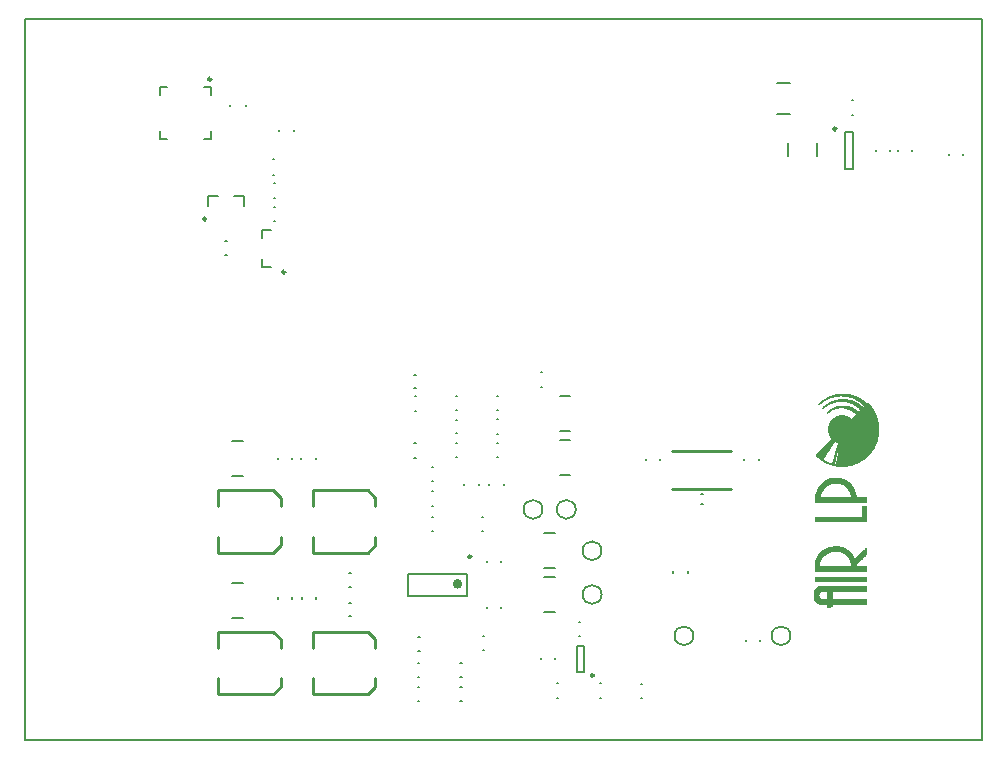
<source format=gto>
G04*
G04 #@! TF.GenerationSoftware,Altium Limited,Altium Designer,19.0.10 (269)*
G04*
G04 Layer_Color=65535*
%FSLAX44Y44*%
%MOMM*%
G71*
G01*
G75*
%ADD10C,0.2500*%
%ADD11C,0.1270*%
%ADD12C,0.4000*%
%ADD13C,0.2000*%
%ADD14C,0.2540*%
%ADD15C,0.1524*%
%ADD16C,0.0254*%
D10*
X157500Y559250D02*
G03*
X157500Y559250I-1250J0D01*
G01*
X481500Y54550D02*
G03*
X481500Y54550I-1250J0D01*
G01*
X377850Y155000D02*
G03*
X377850Y155000I-1250J0D01*
G01*
X153250Y441000D02*
G03*
X153250Y441000I-1250J0D01*
G01*
X686750Y517264D02*
G03*
X686750Y517264I-1250J0D01*
G01*
X220250Y396000D02*
G03*
X220250Y396000I-1250J0D01*
G01*
D11*
X488001Y160000D02*
G03*
X488001Y160000I-8001J0D01*
G01*
Y123000D02*
G03*
X488001Y123000I-8001J0D01*
G01*
X438001Y195000D02*
G03*
X438001Y195000I-8001J0D01*
G01*
X466195Y195000D02*
G03*
X466195Y195000I-8001J0D01*
G01*
X565751Y88000D02*
G03*
X565751Y88000I-8001J0D01*
G01*
X648001Y88000D02*
G03*
X648001Y88000I-8001J0D01*
G01*
D12*
X368050Y132000D02*
G03*
X368050Y132000I-2000J0D01*
G01*
D13*
X561250Y141500D02*
Y142500D01*
X548750Y141500D02*
Y142500D01*
X151000Y552750D02*
X157750D01*
Y546000D02*
Y552750D01*
X113750D02*
X120500D01*
X113750Y546000D02*
Y552750D01*
Y508750D02*
X120500D01*
X113750D02*
Y515500D01*
X151000Y508750D02*
X157750D01*
Y515500D01*
X521500Y35311D02*
X522500D01*
X521500Y47311D02*
X522500D01*
X450500Y35300D02*
X451500D01*
X450500Y47800D02*
X451500D01*
X467000Y57550D02*
X473000D01*
X467000Y79550D02*
X473000D01*
Y57550D02*
Y79550D01*
X467000Y57550D02*
Y79550D01*
X720000Y498514D02*
Y499514D01*
X732000Y498514D02*
Y499514D01*
X751000Y498514D02*
Y499514D01*
X739000Y498514D02*
Y499514D01*
X700000Y541250D02*
X701000D01*
X700000Y528750D02*
X701000D01*
X364500Y259500D02*
X365500D01*
X364500Y270500D02*
X365500D01*
X329500Y238750D02*
X330500D01*
X329500Y251250D02*
X330500D01*
X622300Y83500D02*
Y84500D01*
X610300Y83500D02*
Y84500D01*
X364500Y251000D02*
X365500D01*
X364500Y239000D02*
X365500D01*
X399500Y251000D02*
X400500D01*
X399500Y239000D02*
X400500D01*
X399500Y271250D02*
X400500D01*
X399500Y258750D02*
X400500D01*
X329500Y297500D02*
X330500D01*
X329500Y308500D02*
X330500D01*
X329642Y278750D02*
X330642D01*
X329642Y291250D02*
X330642D01*
X364500Y291000D02*
X365500D01*
X364500Y279000D02*
X365500D01*
X399500Y291000D02*
X400500D01*
X399500Y279000D02*
X400500D01*
X572500Y200000D02*
X573500D01*
X572500Y208000D02*
X573500D01*
X436500Y311250D02*
X437500D01*
X436500Y298750D02*
X437500D01*
X537850Y237000D02*
Y238000D01*
X525350Y237000D02*
Y238000D01*
X621250Y237000D02*
Y238000D01*
X608750Y237000D02*
Y238000D01*
X437000Y68050D02*
Y69050D01*
X449000Y68050D02*
Y69050D01*
X469000Y100000D02*
X470000D01*
X469000Y88000D02*
X470000D01*
X486500Y47800D02*
X487500D01*
X486500Y35300D02*
X487500D01*
X384250Y215500D02*
Y216500D01*
X371750Y215500D02*
Y216500D01*
X344500Y210250D02*
X345500D01*
X344500Y197750D02*
X345500D01*
X344500Y189000D02*
X345500D01*
X344500Y177000D02*
X345500D01*
X393000Y215500D02*
Y216500D01*
X405000Y215500D02*
Y216500D01*
X344500Y219000D02*
X345500D01*
X344500Y231000D02*
X345500D01*
X274500Y129000D02*
X275500D01*
X274500Y141000D02*
X275500D01*
X387000Y177000D02*
X388000D01*
X387000Y189000D02*
X388000D01*
X390750Y150500D02*
Y151500D01*
X403250Y150500D02*
Y151500D01*
X233750Y237500D02*
Y238500D01*
X246250Y237500D02*
Y238500D01*
X226000Y237500D02*
Y238500D01*
X214000Y237500D02*
Y238500D01*
X368500Y65250D02*
X369500D01*
X368500Y52750D02*
X369500D01*
X332500Y65250D02*
X333500D01*
X332500Y52750D02*
X333500D01*
X333000Y87000D02*
X334000D01*
X333000Y75000D02*
X334000D01*
X368500Y33000D02*
X369500D01*
X368500Y45000D02*
X369500D01*
X332500Y33000D02*
X333500D01*
X332500Y45000D02*
X333500D01*
X274500Y115500D02*
X275500D01*
X274500Y104500D02*
X275500D01*
X387500Y76000D02*
X388500D01*
X387500Y88000D02*
X388500D01*
X403250Y111500D02*
Y112500D01*
X390750Y111500D02*
Y112500D01*
X213750Y119500D02*
Y120500D01*
X226250Y119500D02*
Y120500D01*
X246000Y119500D02*
Y120500D01*
X234000Y119500D02*
Y120500D01*
X324050Y140000D02*
X374050D01*
X324050Y122000D02*
X374050D01*
Y140000D01*
X324050Y122000D02*
Y140000D01*
X173322Y536500D02*
Y537500D01*
X186822Y536500D02*
Y537500D01*
X782250Y495000D02*
Y496000D01*
X794250Y495000D02*
Y496000D01*
X177000Y460000D02*
X185000D01*
Y452000D02*
Y460000D01*
X155000D02*
X163000D01*
X155000Y452000D02*
Y460000D01*
X210500Y459000D02*
X211500D01*
X210500Y471000D02*
X211500D01*
X227500Y515500D02*
Y516500D01*
X214500Y515500D02*
Y516500D01*
X701000Y483514D02*
Y514514D01*
X694000Y483514D02*
Y514514D01*
Y483514D02*
X701000D01*
X694000Y514514D02*
X701000D01*
X210500Y439000D02*
X211500D01*
X210500Y451000D02*
X211500D01*
X169500Y410000D02*
X170500D01*
X169500Y422000D02*
X170500D01*
X210000Y491500D02*
X211000D01*
X210000Y478500D02*
X211000D01*
X636500Y556000D02*
X647500D01*
X636500Y530000D02*
X647500D01*
X670500Y494500D02*
Y505500D01*
X645500Y494500D02*
Y505500D01*
X200500Y400500D02*
X208500D01*
X200500D02*
Y407000D01*
Y431500D02*
X208500D01*
X200500Y425000D02*
Y431500D01*
X0Y0D02*
X810000D01*
X0D02*
X0Y610000D01*
X810000D01*
Y0D02*
Y610000D01*
D14*
X548000Y244500D02*
X598000D01*
X548000Y212500D02*
X598000D01*
X290000Y158500D02*
X296500Y165000D01*
X290000Y211500D02*
X296500Y205000D01*
Y165000D02*
Y172000D01*
Y198000D02*
Y205000D01*
X243500Y158500D02*
Y172000D01*
Y158500D02*
X290000D01*
X243500Y211500D02*
X290000D01*
X243500Y198000D02*
Y211500D01*
X210000Y158500D02*
X216500Y165000D01*
X210000Y211500D02*
X216500Y205000D01*
Y165000D02*
Y172000D01*
Y198000D02*
Y205000D01*
X163500Y158500D02*
Y172000D01*
Y158500D02*
X210000D01*
X163500Y211500D02*
X210000D01*
X163500Y198000D02*
Y211500D01*
X290000Y38500D02*
X296500Y45000D01*
X290000Y91500D02*
X296500Y85000D01*
Y45000D02*
Y52000D01*
Y78000D02*
Y85000D01*
X243500Y38500D02*
Y52000D01*
Y38500D02*
X290000D01*
X243500Y91500D02*
X290000D01*
X243500Y78000D02*
Y91500D01*
X210000Y38500D02*
X216500Y45000D01*
X210000Y91500D02*
X216500Y85000D01*
Y45000D02*
Y52000D01*
Y78000D02*
Y85000D01*
X163500Y38500D02*
Y52000D01*
Y38500D02*
X210000D01*
X163500Y91500D02*
X210000D01*
X163500Y78000D02*
Y91500D01*
D15*
X452456Y224268D02*
X461544D01*
X452456Y253732D02*
X461544D01*
X452598Y261268D02*
X461687D01*
X452598Y290732D02*
X461687D01*
X439553Y174732D02*
X448642D01*
X439553Y145268D02*
X448642D01*
X175456Y252732D02*
X184545D01*
X175456Y223268D02*
X184545D01*
X439553Y137732D02*
X448642D01*
X439553Y108268D02*
X448642D01*
X175456Y132732D02*
X184545D01*
X175456Y103268D02*
X184545D01*
D16*
X722398Y259844D02*
Y266194D01*
X722144Y258574D02*
Y267464D01*
X721890Y257050D02*
Y268988D01*
X721636Y255780D02*
Y270258D01*
X721382Y254764D02*
Y271274D01*
X721128Y254002D02*
Y272036D01*
X720874Y253240D02*
Y272798D01*
X720620Y252478D02*
Y273560D01*
X720366Y251716D02*
Y274322D01*
X720112Y251208D02*
Y274830D01*
X719858Y250446D02*
Y275592D01*
X719604Y249938D02*
Y276100D01*
X719350Y249430D02*
Y276608D01*
X719096Y248922D02*
Y277116D01*
X718842Y248414D02*
Y277624D01*
X718588Y247906D02*
Y278132D01*
X718334Y247398D02*
Y278386D01*
X718080Y247144D02*
Y278894D01*
X717826Y246636D02*
Y279402D01*
X717572Y246128D02*
Y279656D01*
X717318Y245874D02*
Y280164D01*
X717064Y245366D02*
Y280418D01*
X716810Y245112D02*
Y280926D01*
X716556Y244858D02*
Y281180D01*
X716302Y244350D02*
Y281688D01*
X716048Y244096D02*
Y281942D01*
X715794Y243842D02*
Y282196D01*
X715540Y243334D02*
Y282450D01*
X715286Y243080D02*
Y282958D01*
X715032Y242826D02*
Y283212D01*
X714778Y242572D02*
Y283466D01*
X714524Y242318D02*
Y283720D01*
X714270Y242064D02*
Y283974D01*
X714016Y241810D02*
Y284228D01*
X713762Y241556D02*
Y284482D01*
X713508Y241048D02*
Y284990D01*
X713254Y241048D02*
Y284990D01*
X713000Y240794D02*
Y284990D01*
X712746Y240540D02*
Y284482D01*
X712492Y240286D02*
Y284228D01*
X712238Y240032D02*
Y283974D01*
X711984Y284736D02*
Y285244D01*
Y239778D02*
Y283720D01*
Y201170D02*
Y205234D01*
Y184914D02*
Y198122D01*
Y157228D02*
Y162562D01*
Y143258D02*
Y147322D01*
Y134114D02*
Y138178D01*
Y125732D02*
Y130050D01*
Y115318D02*
Y119382D01*
X711730Y284482D02*
Y285244D01*
Y239524D02*
Y283466D01*
Y201170D02*
Y205234D01*
Y184914D02*
Y198122D01*
Y156974D02*
Y162562D01*
Y143258D02*
Y147322D01*
Y134114D02*
Y138178D01*
Y125732D02*
Y130050D01*
Y115318D02*
Y119382D01*
X711476Y284228D02*
Y285498D01*
Y239270D02*
Y283212D01*
Y201170D02*
Y205234D01*
Y184914D02*
Y198122D01*
Y156720D02*
Y162054D01*
Y143258D02*
Y147322D01*
Y134114D02*
Y138178D01*
Y125732D02*
Y130050D01*
Y115318D02*
Y119382D01*
X711222Y283974D02*
Y285752D01*
Y239016D02*
Y282958D01*
Y201170D02*
Y205234D01*
Y184914D02*
Y198122D01*
Y156466D02*
Y161800D01*
Y143258D02*
Y147322D01*
Y134114D02*
Y138178D01*
Y125732D02*
Y130050D01*
Y115318D02*
Y119382D01*
X710968Y283720D02*
Y286006D01*
Y238762D02*
Y282704D01*
Y201170D02*
Y205234D01*
Y184914D02*
Y198122D01*
Y156212D02*
Y161546D01*
Y143258D02*
Y147322D01*
Y134114D02*
Y138178D01*
Y125732D02*
Y130050D01*
Y115318D02*
Y119382D01*
X710714Y283466D02*
Y286260D01*
Y238762D02*
Y282450D01*
Y201170D02*
Y205234D01*
Y184914D02*
Y198122D01*
Y155958D02*
Y161292D01*
Y143258D02*
Y147322D01*
Y134114D02*
Y138178D01*
Y125732D02*
Y130050D01*
Y115318D02*
Y119382D01*
X710460Y282958D02*
Y286514D01*
Y238508D02*
Y282196D01*
Y201170D02*
Y205234D01*
Y184914D02*
Y198122D01*
Y155704D02*
Y161038D01*
Y143258D02*
Y147322D01*
Y134114D02*
Y138178D01*
Y125732D02*
Y130050D01*
Y115318D02*
Y119382D01*
X710206Y282958D02*
Y286514D01*
Y238254D02*
Y281942D01*
Y201170D02*
Y205234D01*
Y184914D02*
Y198122D01*
Y155450D02*
Y160784D01*
Y143258D02*
Y147322D01*
Y134114D02*
Y138178D01*
Y125732D02*
Y130050D01*
Y115318D02*
Y119382D01*
X709952Y283212D02*
Y286768D01*
Y238000D02*
Y281688D01*
Y201170D02*
Y205234D01*
Y184914D02*
Y198122D01*
Y155196D02*
Y160530D01*
Y143258D02*
Y147322D01*
Y134114D02*
Y138178D01*
Y125732D02*
Y130050D01*
Y115318D02*
Y119382D01*
X709698Y283466D02*
Y287022D01*
Y238000D02*
Y281434D01*
Y201170D02*
Y205234D01*
Y184914D02*
Y198122D01*
Y154942D02*
Y160276D01*
Y143258D02*
Y147322D01*
Y134114D02*
Y138178D01*
Y125732D02*
Y130050D01*
Y115318D02*
Y119382D01*
X709444Y283720D02*
Y287276D01*
Y237746D02*
Y281180D01*
Y201170D02*
Y205234D01*
Y184914D02*
Y198122D01*
Y154688D02*
Y160276D01*
Y143258D02*
Y147322D01*
Y134114D02*
Y138178D01*
Y125732D02*
Y130050D01*
Y115318D02*
Y119382D01*
X709190Y283974D02*
Y287530D01*
Y237492D02*
Y280926D01*
Y201170D02*
Y205234D01*
Y184914D02*
Y198122D01*
Y154434D02*
Y160022D01*
Y143258D02*
Y147322D01*
Y134114D02*
Y138178D01*
Y125732D02*
Y130050D01*
Y115318D02*
Y119382D01*
X708936Y284228D02*
Y287530D01*
Y237238D02*
Y280672D01*
Y201170D02*
Y205234D01*
Y184914D02*
Y198122D01*
Y154180D02*
Y159768D01*
Y143258D02*
Y147322D01*
Y134114D02*
Y138178D01*
Y125732D02*
Y130050D01*
Y115318D02*
Y119382D01*
X708682Y284482D02*
Y287784D01*
Y281434D02*
Y281942D01*
Y237238D02*
Y280418D01*
Y201170D02*
Y205234D01*
Y184914D02*
Y198122D01*
Y153926D02*
Y159514D01*
Y143258D02*
Y147322D01*
Y134114D02*
Y138178D01*
Y125732D02*
Y130050D01*
Y115318D02*
Y119382D01*
X708428Y284736D02*
Y288038D01*
Y281180D02*
Y282196D01*
Y236984D02*
Y280164D01*
Y201170D02*
Y205234D01*
Y184914D02*
Y198122D01*
Y153672D02*
Y159260D01*
Y143258D02*
Y147322D01*
Y134114D02*
Y138178D01*
Y125732D02*
Y130050D01*
Y115318D02*
Y119382D01*
X708174Y284990D02*
Y288038D01*
Y280926D02*
Y282450D01*
Y236730D02*
Y279910D01*
Y201170D02*
Y205234D01*
Y184914D02*
Y198122D01*
Y153418D02*
Y159006D01*
Y143258D02*
Y147322D01*
Y134114D02*
Y138178D01*
Y125732D02*
Y130050D01*
Y115318D02*
Y119382D01*
X707920Y285244D02*
Y288292D01*
Y280672D02*
Y282704D01*
Y236730D02*
Y279656D01*
Y201170D02*
Y205234D01*
Y184914D02*
Y188978D01*
Y153164D02*
Y158752D01*
Y143258D02*
Y147322D01*
Y134114D02*
Y138178D01*
Y125732D02*
Y130050D01*
Y115318D02*
Y119382D01*
X707666Y285498D02*
Y288546D01*
Y280418D02*
Y282704D01*
Y236476D02*
Y279402D01*
Y201170D02*
Y205234D01*
Y184914D02*
Y188978D01*
Y152910D02*
Y158498D01*
Y143258D02*
Y147322D01*
Y134114D02*
Y138178D01*
Y125732D02*
Y130050D01*
Y115318D02*
Y119382D01*
X707412Y285498D02*
Y288546D01*
Y280164D02*
Y282958D01*
Y236476D02*
Y279148D01*
Y201170D02*
Y205234D01*
Y184914D02*
Y188978D01*
Y152656D02*
Y158244D01*
Y143258D02*
Y147322D01*
Y134114D02*
Y138178D01*
Y125732D02*
Y130050D01*
Y115318D02*
Y119382D01*
X707158Y285752D02*
Y288800D01*
Y279910D02*
Y283212D01*
Y236222D02*
Y278894D01*
Y201170D02*
Y205234D01*
Y184914D02*
Y188978D01*
Y152402D02*
Y157990D01*
Y143258D02*
Y147322D01*
Y134114D02*
Y138178D01*
Y125732D02*
Y130050D01*
Y115318D02*
Y119382D01*
X706904Y286006D02*
Y289054D01*
Y279910D02*
Y283466D01*
Y235968D02*
Y278640D01*
Y201170D02*
Y205234D01*
Y184914D02*
Y188978D01*
Y152148D02*
Y157736D01*
Y143258D02*
Y147322D01*
Y134114D02*
Y138178D01*
Y125732D02*
Y130050D01*
Y115318D02*
Y119382D01*
X706650Y286260D02*
Y289054D01*
Y280164D02*
Y283720D01*
Y235968D02*
Y278386D01*
Y201170D02*
Y205234D01*
Y184914D02*
Y188978D01*
Y151894D02*
Y157482D01*
Y143258D02*
Y147322D01*
Y134114D02*
Y138178D01*
Y125732D02*
Y130050D01*
Y115318D02*
Y119382D01*
X706396Y286514D02*
Y289308D01*
Y280418D02*
Y283720D01*
Y235714D02*
Y278132D01*
Y201170D02*
Y205234D01*
Y184914D02*
Y188978D01*
Y151640D02*
Y157228D01*
Y143258D02*
Y147322D01*
Y134114D02*
Y138178D01*
Y125732D02*
Y130050D01*
Y115318D02*
Y119382D01*
X706142Y286514D02*
Y289308D01*
Y280672D02*
Y283974D01*
Y235714D02*
Y277878D01*
Y201170D02*
Y205234D01*
Y184914D02*
Y188978D01*
Y151386D02*
Y156974D01*
Y143258D02*
Y147322D01*
Y134114D02*
Y138178D01*
Y125732D02*
Y130050D01*
Y115318D02*
Y119382D01*
X705888Y286768D02*
Y289562D01*
Y280926D02*
Y284228D01*
Y235460D02*
Y277624D01*
Y201170D02*
Y205234D01*
Y184914D02*
Y188978D01*
Y151386D02*
Y156720D01*
Y143258D02*
Y147322D01*
Y134114D02*
Y138178D01*
Y125732D02*
Y130050D01*
Y115318D02*
Y119382D01*
X705634Y287022D02*
Y289562D01*
Y281180D02*
Y284228D01*
Y235460D02*
Y277370D01*
Y201170D02*
Y205234D01*
Y184914D02*
Y188978D01*
Y151132D02*
Y156466D01*
Y143258D02*
Y147322D01*
Y134114D02*
Y138178D01*
Y125732D02*
Y130050D01*
Y115318D02*
Y119382D01*
X705380Y287022D02*
Y289816D01*
Y281434D02*
Y284482D01*
Y235206D02*
Y277116D01*
Y201170D02*
Y205234D01*
Y184914D02*
Y188978D01*
Y150878D02*
Y156212D01*
Y143258D02*
Y147322D01*
Y134114D02*
Y138178D01*
Y125732D02*
Y130050D01*
Y115318D02*
Y119382D01*
X705126Y287276D02*
Y289816D01*
Y281688D02*
Y284736D01*
Y235206D02*
Y276862D01*
Y201170D02*
Y205234D01*
Y184914D02*
Y188978D01*
Y150624D02*
Y155958D01*
Y143258D02*
Y147322D01*
Y134114D02*
Y138178D01*
Y125732D02*
Y130050D01*
Y115318D02*
Y119382D01*
X704872Y287530D02*
Y290070D01*
Y281688D02*
Y284736D01*
Y277624D02*
Y278132D01*
Y234952D02*
Y276608D01*
Y201170D02*
Y205234D01*
Y184914D02*
Y188978D01*
Y150370D02*
Y155704D01*
Y143258D02*
Y147322D01*
Y134114D02*
Y138178D01*
Y125732D02*
Y130050D01*
Y115318D02*
Y119382D01*
X704618Y287530D02*
Y290070D01*
Y281942D02*
Y284990D01*
Y277624D02*
Y278386D01*
Y234952D02*
Y276354D01*
Y201170D02*
Y205234D01*
Y184914D02*
Y188978D01*
Y150116D02*
Y155450D01*
Y143258D02*
Y147322D01*
Y134114D02*
Y138178D01*
Y125732D02*
Y130050D01*
Y115318D02*
Y119382D01*
X704364Y287784D02*
Y290324D01*
Y282196D02*
Y285244D01*
Y277116D02*
Y278386D01*
Y234698D02*
Y276100D01*
Y201170D02*
Y205234D01*
Y184914D02*
Y188978D01*
Y149862D02*
Y155196D01*
Y143258D02*
Y147322D01*
Y134114D02*
Y138178D01*
Y125732D02*
Y130050D01*
Y115318D02*
Y119382D01*
X704110Y287784D02*
Y290324D01*
Y282450D02*
Y285244D01*
Y276862D02*
Y278640D01*
Y234698D02*
Y275846D01*
Y201170D02*
Y205234D01*
Y184914D02*
Y188978D01*
Y149608D02*
Y154942D01*
Y143258D02*
Y147322D01*
Y134114D02*
Y138178D01*
Y125732D02*
Y130050D01*
Y115318D02*
Y119382D01*
X703856Y288038D02*
Y290578D01*
Y282704D02*
Y285498D01*
Y276608D02*
Y278894D01*
Y234444D02*
Y275592D01*
Y201170D02*
Y205234D01*
Y184914D02*
Y188978D01*
Y149354D02*
Y154688D01*
Y143258D02*
Y147322D01*
Y134114D02*
Y138178D01*
Y125732D02*
Y130050D01*
Y115318D02*
Y119382D01*
X703602Y288292D02*
Y290578D01*
Y282704D02*
Y285498D01*
Y276354D02*
Y279148D01*
Y234444D02*
Y275338D01*
Y201170D02*
Y205234D01*
Y184914D02*
Y188978D01*
Y149100D02*
Y154434D01*
Y143258D02*
Y147322D01*
Y134114D02*
Y138178D01*
Y125732D02*
Y130050D01*
Y115318D02*
Y119382D01*
X703348Y288292D02*
Y290832D01*
Y282958D02*
Y285752D01*
Y275846D02*
Y279402D01*
Y234190D02*
Y275084D01*
Y201170D02*
Y206250D01*
Y184914D02*
Y188978D01*
Y148846D02*
Y154180D01*
Y143258D02*
Y147322D01*
Y134114D02*
Y138178D01*
Y125732D02*
Y130050D01*
Y115318D02*
Y119382D01*
X703094Y288546D02*
Y290832D01*
Y283212D02*
Y285752D01*
Y275846D02*
Y279402D01*
Y234190D02*
Y274830D01*
Y201170D02*
Y207520D01*
Y184914D02*
Y188978D01*
Y143258D02*
Y153926D01*
Y134114D02*
Y138178D01*
Y125732D02*
Y130050D01*
Y115318D02*
Y119382D01*
X702840Y288546D02*
Y291086D01*
Y283212D02*
Y286006D01*
Y276354D02*
Y279656D01*
Y234190D02*
Y274576D01*
Y201170D02*
Y208536D01*
Y184914D02*
Y188978D01*
Y143258D02*
Y153672D01*
Y134114D02*
Y138178D01*
Y125732D02*
Y130050D01*
Y115318D02*
Y119382D01*
X702586Y288800D02*
Y291086D01*
Y283466D02*
Y286006D01*
Y276608D02*
Y279910D01*
Y233936D02*
Y274322D01*
Y201170D02*
Y209298D01*
Y184914D02*
Y188978D01*
Y143258D02*
Y153418D01*
Y134114D02*
Y138178D01*
Y125732D02*
Y130050D01*
Y115318D02*
Y119382D01*
X702332Y288800D02*
Y291086D01*
Y283720D02*
Y286260D01*
Y276862D02*
Y279910D01*
Y233936D02*
Y274068D01*
Y201170D02*
Y210060D01*
Y184914D02*
Y188978D01*
Y143258D02*
Y153164D01*
Y134114D02*
Y138178D01*
Y125732D02*
Y130050D01*
Y115318D02*
Y119382D01*
X702078Y289054D02*
Y291340D01*
Y283720D02*
Y286260D01*
Y277116D02*
Y280164D01*
Y233682D02*
Y273814D01*
Y201170D02*
Y210822D01*
Y184914D02*
Y188978D01*
Y143258D02*
Y152910D01*
Y134114D02*
Y138178D01*
Y125732D02*
Y130050D01*
Y115318D02*
Y119382D01*
X701824Y289054D02*
Y291340D01*
Y283974D02*
Y286514D01*
Y277370D02*
Y280418D01*
Y233682D02*
Y273560D01*
Y201170D02*
Y211330D01*
Y184914D02*
Y188978D01*
Y143258D02*
Y153164D01*
Y134114D02*
Y138178D01*
Y125732D02*
Y130050D01*
Y115318D02*
Y119382D01*
X701570Y289308D02*
Y291340D01*
Y283974D02*
Y286514D01*
Y277370D02*
Y280418D01*
Y233682D02*
Y273306D01*
Y201170D02*
Y212092D01*
Y184914D02*
Y188978D01*
Y143258D02*
Y153926D01*
Y134114D02*
Y138178D01*
Y125732D02*
Y130050D01*
Y115318D02*
Y119382D01*
X701316Y289308D02*
Y291594D01*
Y284228D02*
Y286768D01*
Y277624D02*
Y280672D01*
Y233428D02*
Y273052D01*
Y201170D02*
Y212600D01*
Y184914D02*
Y188978D01*
Y143258D02*
Y154434D01*
Y134114D02*
Y138178D01*
Y125732D02*
Y130050D01*
Y115318D02*
Y119382D01*
X701062Y289308D02*
Y291594D01*
Y284482D02*
Y286768D01*
Y277878D02*
Y280672D01*
Y233428D02*
Y272798D01*
Y201170D02*
Y213108D01*
Y184914D02*
Y188978D01*
Y143258D02*
Y154942D01*
Y134114D02*
Y138178D01*
Y125732D02*
Y130050D01*
Y115318D02*
Y119382D01*
X700808Y289562D02*
Y291594D01*
Y284482D02*
Y286768D01*
Y278132D02*
Y280926D01*
Y233428D02*
Y272544D01*
Y201170D02*
Y213362D01*
Y184914D02*
Y188978D01*
Y143258D02*
Y155450D01*
Y134114D02*
Y138178D01*
Y125732D02*
Y130050D01*
Y115318D02*
Y119382D01*
X700554Y289562D02*
Y291848D01*
Y284736D02*
Y287022D01*
Y278386D02*
Y280926D01*
Y233174D02*
Y272290D01*
Y201170D02*
Y213870D01*
Y184914D02*
Y188978D01*
Y143258D02*
Y155958D01*
Y134114D02*
Y138178D01*
Y125732D02*
Y130050D01*
Y115318D02*
Y119382D01*
X700300Y289816D02*
Y291848D01*
Y284736D02*
Y287022D01*
Y278386D02*
Y281180D01*
Y233174D02*
Y272036D01*
Y201170D02*
Y214378D01*
Y184914D02*
Y188978D01*
Y143258D02*
Y156212D01*
Y134114D02*
Y138178D01*
Y125732D02*
Y130050D01*
Y115318D02*
Y119382D01*
X700046Y289816D02*
Y291848D01*
Y284990D02*
Y287022D01*
Y278640D02*
Y281180D01*
Y233174D02*
Y271782D01*
Y201170D02*
Y214886D01*
Y184914D02*
Y188978D01*
Y143258D02*
Y156720D01*
Y134114D02*
Y138178D01*
Y125732D02*
Y130050D01*
Y115318D02*
Y119382D01*
X699792Y289816D02*
Y292102D01*
Y284990D02*
Y287276D01*
Y278894D02*
Y281434D01*
Y232920D02*
Y271528D01*
Y201170D02*
Y215140D01*
Y184914D02*
Y188978D01*
Y143258D02*
Y156974D01*
Y134114D02*
Y138178D01*
Y125732D02*
Y130050D01*
Y115318D02*
Y119382D01*
X699538Y290070D02*
Y292102D01*
Y284990D02*
Y287276D01*
Y278894D02*
Y281434D01*
Y232920D02*
Y271274D01*
Y205488D02*
Y215394D01*
Y201170D02*
Y205234D01*
Y184914D02*
Y188978D01*
Y143258D02*
Y157482D01*
Y134114D02*
Y138178D01*
Y125732D02*
Y130050D01*
Y115318D02*
Y119382D01*
X699284Y290070D02*
Y292102D01*
Y285244D02*
Y287276D01*
Y279148D02*
Y281688D01*
Y232920D02*
Y271528D01*
Y206504D02*
Y215902D01*
Y201170D02*
Y205234D01*
Y184914D02*
Y188978D01*
Y143258D02*
Y157736D01*
Y134114D02*
Y138178D01*
Y125732D02*
Y130050D01*
Y115318D02*
Y119382D01*
X699030Y290070D02*
Y292102D01*
Y285244D02*
Y287530D01*
Y279148D02*
Y281688D01*
Y232920D02*
Y271782D01*
Y207520D02*
Y216156D01*
Y201170D02*
Y205234D01*
Y184914D02*
Y188978D01*
Y143258D02*
Y157990D01*
Y134114D02*
Y138178D01*
Y125732D02*
Y130050D01*
Y115318D02*
Y119382D01*
X698776Y290324D02*
Y292356D01*
Y285498D02*
Y287530D01*
Y279402D02*
Y281688D01*
Y232666D02*
Y272036D01*
Y208282D02*
Y216410D01*
Y201170D02*
Y205234D01*
Y184914D02*
Y188978D01*
Y150116D02*
Y158244D01*
Y143258D02*
Y147322D01*
Y134114D02*
Y138178D01*
Y125732D02*
Y130050D01*
Y115318D02*
Y119382D01*
X698522Y290324D02*
Y292356D01*
Y285498D02*
Y287530D01*
Y279402D02*
Y281942D01*
Y232666D02*
Y272036D01*
Y208790D02*
Y216664D01*
Y201170D02*
Y205234D01*
Y184914D02*
Y188978D01*
Y151132D02*
Y158498D01*
Y143258D02*
Y147322D01*
Y134114D02*
Y138178D01*
Y125732D02*
Y130050D01*
Y115318D02*
Y119382D01*
X698268Y290324D02*
Y292356D01*
Y285498D02*
Y287784D01*
Y279656D02*
Y281942D01*
Y232666D02*
Y272290D01*
Y209552D02*
Y216918D01*
Y201170D02*
Y205234D01*
Y184914D02*
Y188978D01*
Y151894D02*
Y158752D01*
Y143258D02*
Y147322D01*
Y134114D02*
Y138178D01*
Y125732D02*
Y130050D01*
Y115318D02*
Y119382D01*
X698014Y290578D02*
Y292356D01*
Y285752D02*
Y287784D01*
Y279910D02*
Y281942D01*
Y232666D02*
Y272544D01*
Y210060D02*
Y217172D01*
Y201170D02*
Y205234D01*
Y184914D02*
Y188978D01*
Y152402D02*
Y159006D01*
Y143258D02*
Y147322D01*
Y134114D02*
Y138178D01*
Y125732D02*
Y130050D01*
Y115318D02*
Y119382D01*
X697760Y290578D02*
Y292356D01*
Y285752D02*
Y287784D01*
Y279910D02*
Y282196D01*
Y232412D02*
Y272798D01*
Y210568D02*
Y217426D01*
Y201170D02*
Y205234D01*
Y184914D02*
Y188978D01*
Y153164D02*
Y159260D01*
Y143258D02*
Y147322D01*
Y134114D02*
Y138178D01*
Y125732D02*
Y130050D01*
Y115318D02*
Y119382D01*
X697506Y290578D02*
Y292610D01*
Y285752D02*
Y287784D01*
Y279910D02*
Y282196D01*
Y232412D02*
Y272798D01*
Y211076D02*
Y217680D01*
Y201170D02*
Y205234D01*
Y184914D02*
Y188978D01*
Y153672D02*
Y159514D01*
Y143258D02*
Y147322D01*
Y134114D02*
Y138178D01*
Y125732D02*
Y130050D01*
Y115318D02*
Y119382D01*
X697252Y290578D02*
Y292610D01*
Y286006D02*
Y287784D01*
Y280164D02*
Y282196D01*
Y232412D02*
Y273052D01*
Y211330D02*
Y217934D01*
Y201170D02*
Y205234D01*
Y184914D02*
Y188978D01*
Y154180D02*
Y159768D01*
Y143258D02*
Y147322D01*
Y134114D02*
Y138178D01*
Y125732D02*
Y130050D01*
Y115318D02*
Y119382D01*
X696998Y290832D02*
Y292610D01*
Y286006D02*
Y288038D01*
Y280164D02*
Y282450D01*
Y232412D02*
Y273306D01*
Y211838D02*
Y217934D01*
Y201170D02*
Y205234D01*
Y184914D02*
Y188978D01*
Y154434D02*
Y160022D01*
Y143258D02*
Y147322D01*
Y134114D02*
Y138178D01*
Y125732D02*
Y130050D01*
Y115318D02*
Y119382D01*
X696744Y290832D02*
Y292610D01*
Y286006D02*
Y288038D01*
Y280418D02*
Y282450D01*
Y232412D02*
Y273306D01*
Y212346D02*
Y218188D01*
Y201170D02*
Y205234D01*
Y184914D02*
Y188978D01*
Y154942D02*
Y160276D01*
Y143258D02*
Y147322D01*
Y134114D02*
Y138178D01*
Y125732D02*
Y130050D01*
Y115318D02*
Y119382D01*
X696490Y290832D02*
Y292610D01*
Y286260D02*
Y288038D01*
Y280418D02*
Y282450D01*
Y232412D02*
Y273560D01*
Y212600D02*
Y218442D01*
Y201170D02*
Y205234D01*
Y184914D02*
Y188978D01*
Y155196D02*
Y160276D01*
Y143258D02*
Y147322D01*
Y134114D02*
Y138178D01*
Y125732D02*
Y130050D01*
Y115318D02*
Y119382D01*
X696236Y290832D02*
Y292610D01*
Y286260D02*
Y288038D01*
Y280418D02*
Y282450D01*
Y232158D02*
Y273560D01*
Y212854D02*
Y218696D01*
Y201170D02*
Y205234D01*
Y184914D02*
Y188978D01*
Y155450D02*
Y160530D01*
Y143258D02*
Y147322D01*
Y134114D02*
Y138178D01*
Y125732D02*
Y130050D01*
Y115318D02*
Y119382D01*
X695982Y290832D02*
Y292864D01*
Y286260D02*
Y288038D01*
Y280672D02*
Y282704D01*
Y232158D02*
Y273560D01*
Y213362D02*
Y218696D01*
Y201170D02*
Y205234D01*
Y184914D02*
Y188978D01*
Y155958D02*
Y160784D01*
Y143258D02*
Y147322D01*
Y134114D02*
Y138178D01*
Y125732D02*
Y130050D01*
Y115318D02*
Y119382D01*
X695728Y291086D02*
Y292864D01*
Y286260D02*
Y288292D01*
Y280672D02*
Y282704D01*
Y232158D02*
Y273814D01*
Y213616D02*
Y218950D01*
Y201170D02*
Y205234D01*
Y184914D02*
Y188978D01*
Y156212D02*
Y161038D01*
Y143258D02*
Y147322D01*
Y134114D02*
Y138178D01*
Y125732D02*
Y130050D01*
Y115318D02*
Y119382D01*
X695474Y291086D02*
Y292864D01*
Y286514D02*
Y288292D01*
Y280672D02*
Y282704D01*
Y232158D02*
Y273814D01*
Y213870D02*
Y219204D01*
Y201170D02*
Y205234D01*
Y184914D02*
Y188978D01*
Y156466D02*
Y161038D01*
Y143258D02*
Y147322D01*
Y134114D02*
Y138178D01*
Y125732D02*
Y130050D01*
Y115318D02*
Y119382D01*
X695220Y291086D02*
Y292864D01*
Y286514D02*
Y288292D01*
Y280926D02*
Y282704D01*
Y232158D02*
Y274068D01*
Y214378D02*
Y219204D01*
Y201170D02*
Y205234D01*
Y184914D02*
Y188978D01*
Y156720D02*
Y161292D01*
Y143258D02*
Y147322D01*
Y134114D02*
Y138178D01*
Y125732D02*
Y130050D01*
Y115318D02*
Y119382D01*
X694966Y291086D02*
Y292864D01*
Y286514D02*
Y288292D01*
Y280926D02*
Y282704D01*
Y232158D02*
Y274068D01*
Y214632D02*
Y219458D01*
Y201170D02*
Y205234D01*
Y184914D02*
Y188978D01*
Y156974D02*
Y161546D01*
Y143258D02*
Y147322D01*
Y134114D02*
Y138178D01*
Y125732D02*
Y130050D01*
Y115318D02*
Y119382D01*
X694712Y291086D02*
Y292864D01*
Y286514D02*
Y288292D01*
Y280926D02*
Y282958D01*
Y232158D02*
Y274068D01*
Y214886D02*
Y219712D01*
Y201170D02*
Y205234D01*
Y184914D02*
Y188978D01*
Y156974D02*
Y161546D01*
Y143258D02*
Y147322D01*
Y134114D02*
Y138178D01*
Y125732D02*
Y130050D01*
Y115318D02*
Y119382D01*
X694458Y291086D02*
Y292864D01*
Y286514D02*
Y288292D01*
Y280926D02*
Y282958D01*
Y231904D02*
Y274322D01*
Y215140D02*
Y219712D01*
Y201170D02*
Y205234D01*
Y184914D02*
Y188978D01*
Y157228D02*
Y161800D01*
Y143258D02*
Y147322D01*
Y134114D02*
Y138178D01*
Y125732D02*
Y130050D01*
Y115318D02*
Y119382D01*
X694204Y291340D02*
Y292864D01*
Y286514D02*
Y288292D01*
Y281180D02*
Y282958D01*
Y231904D02*
Y274322D01*
Y215140D02*
Y219966D01*
Y201170D02*
Y205234D01*
Y184914D02*
Y188978D01*
Y157482D02*
Y161800D01*
Y143258D02*
Y147322D01*
Y134114D02*
Y138178D01*
Y125732D02*
Y130050D01*
Y115318D02*
Y119382D01*
X693950Y291340D02*
Y292864D01*
Y286768D02*
Y288292D01*
Y281180D02*
Y282958D01*
Y231904D02*
Y274322D01*
Y215394D02*
Y219966D01*
Y201170D02*
Y205234D01*
Y184914D02*
Y188978D01*
Y157736D02*
Y162054D01*
Y143258D02*
Y147322D01*
Y134114D02*
Y138178D01*
Y125732D02*
Y130050D01*
Y115318D02*
Y119382D01*
X693696Y291340D02*
Y292864D01*
Y286768D02*
Y288292D01*
Y281180D02*
Y282958D01*
Y231904D02*
Y274322D01*
Y215648D02*
Y220220D01*
Y201170D02*
Y205234D01*
Y184914D02*
Y188978D01*
Y157990D02*
Y162054D01*
Y143258D02*
Y147322D01*
Y134114D02*
Y138178D01*
Y125732D02*
Y130050D01*
Y115318D02*
Y119382D01*
X693442Y291340D02*
Y292864D01*
Y286768D02*
Y288292D01*
Y281180D02*
Y282958D01*
Y231904D02*
Y274576D01*
Y215902D02*
Y220220D01*
Y201170D02*
Y205234D01*
Y184914D02*
Y188978D01*
Y157990D02*
Y162308D01*
Y143258D02*
Y147322D01*
Y134114D02*
Y138178D01*
Y125732D02*
Y130050D01*
Y115318D02*
Y119382D01*
X693188Y291340D02*
Y292864D01*
Y286768D02*
Y288546D01*
Y281180D02*
Y282958D01*
Y231904D02*
Y274576D01*
Y215902D02*
Y220474D01*
Y201170D02*
Y205234D01*
Y184914D02*
Y188978D01*
Y158244D02*
Y162308D01*
Y143258D02*
Y147322D01*
Y134114D02*
Y138178D01*
Y125732D02*
Y130050D01*
Y115318D02*
Y119382D01*
X692934Y291340D02*
Y292864D01*
Y286768D02*
Y288546D01*
Y281434D02*
Y282958D01*
Y231904D02*
Y274576D01*
Y216156D02*
Y220474D01*
Y201170D02*
Y205234D01*
Y184914D02*
Y188978D01*
Y158498D02*
Y162562D01*
Y143258D02*
Y147322D01*
Y134114D02*
Y138178D01*
Y125732D02*
Y130050D01*
Y115318D02*
Y119382D01*
X692680Y291340D02*
Y292864D01*
Y286768D02*
Y288546D01*
Y281434D02*
Y282958D01*
Y231904D02*
Y274576D01*
Y216156D02*
Y220474D01*
Y201170D02*
Y205234D01*
Y184914D02*
Y188978D01*
Y158498D02*
Y162562D01*
Y143258D02*
Y147322D01*
Y134114D02*
Y138178D01*
Y125732D02*
Y130050D01*
Y115318D02*
Y119382D01*
X692426Y291340D02*
Y292864D01*
Y286768D02*
Y288546D01*
Y281434D02*
Y282958D01*
Y231904D02*
Y274576D01*
Y216410D02*
Y220728D01*
Y201170D02*
Y205234D01*
Y184914D02*
Y188978D01*
Y158752D02*
Y162816D01*
Y143258D02*
Y147322D01*
Y134114D02*
Y138178D01*
Y125732D02*
Y130050D01*
Y115318D02*
Y119382D01*
X692172Y291340D02*
Y292864D01*
Y286768D02*
Y288546D01*
Y281434D02*
Y282958D01*
Y231904D02*
Y274576D01*
Y216410D02*
Y220728D01*
Y201170D02*
Y205234D01*
Y184914D02*
Y188978D01*
Y158752D02*
Y162816D01*
Y143258D02*
Y147322D01*
Y134114D02*
Y138178D01*
Y125732D02*
Y130050D01*
Y115318D02*
Y119382D01*
X691918Y291340D02*
Y292864D01*
Y286768D02*
Y288546D01*
Y281434D02*
Y282958D01*
Y263400D02*
Y274576D01*
Y231904D02*
Y262638D01*
Y216664D02*
Y220728D01*
Y201170D02*
Y205234D01*
Y184914D02*
Y188978D01*
Y159006D02*
Y162816D01*
Y143258D02*
Y147322D01*
Y134114D02*
Y138178D01*
Y125732D02*
Y130050D01*
Y115318D02*
Y119382D01*
X691664Y291594D02*
Y292864D01*
Y286768D02*
Y288546D01*
Y281434D02*
Y282958D01*
Y263654D02*
Y274576D01*
Y231904D02*
Y262384D01*
Y216664D02*
Y220982D01*
Y201170D02*
Y205234D01*
Y184914D02*
Y188978D01*
Y159006D02*
Y163070D01*
Y143258D02*
Y147322D01*
Y134114D02*
Y138178D01*
Y125732D02*
Y130050D01*
Y115318D02*
Y119382D01*
X691410Y291594D02*
Y292864D01*
Y287022D02*
Y288546D01*
Y281434D02*
Y282958D01*
Y263654D02*
Y274576D01*
Y231904D02*
Y262384D01*
Y216918D02*
Y220982D01*
Y201170D02*
Y205234D01*
Y184914D02*
Y188978D01*
Y159260D02*
Y163070D01*
Y143258D02*
Y147322D01*
Y134114D02*
Y138178D01*
Y125732D02*
Y130050D01*
Y115318D02*
Y119382D01*
X691156Y291594D02*
Y292864D01*
Y287022D02*
Y288546D01*
Y281434D02*
Y282958D01*
Y263654D02*
Y274576D01*
Y231904D02*
Y262384D01*
Y216918D02*
Y220982D01*
Y201170D02*
Y205234D01*
Y184914D02*
Y188978D01*
Y159260D02*
Y163070D01*
Y143258D02*
Y147322D01*
Y134114D02*
Y138178D01*
Y125732D02*
Y130050D01*
Y115318D02*
Y119382D01*
X690902Y291594D02*
Y292864D01*
Y287022D02*
Y288292D01*
Y281434D02*
Y282958D01*
Y263654D02*
Y274576D01*
Y231904D02*
Y262384D01*
Y216918D02*
Y221236D01*
Y201170D02*
Y205234D01*
Y184914D02*
Y188978D01*
Y159260D02*
Y163324D01*
Y143258D02*
Y147322D01*
Y134114D02*
Y138178D01*
Y125732D02*
Y130050D01*
Y115318D02*
Y119382D01*
X690648Y291594D02*
Y292864D01*
Y287022D02*
Y288292D01*
Y281434D02*
Y282958D01*
Y231904D02*
Y274576D01*
Y217172D02*
Y221236D01*
Y201170D02*
Y205234D01*
Y184914D02*
Y188978D01*
Y159514D02*
Y163324D01*
Y143258D02*
Y147322D01*
Y134114D02*
Y138178D01*
Y125732D02*
Y130050D01*
Y115318D02*
Y119382D01*
X690394Y291594D02*
Y292864D01*
Y287022D02*
Y288292D01*
Y281434D02*
Y282958D01*
Y231904D02*
Y274576D01*
Y217172D02*
Y221236D01*
Y201170D02*
Y205234D01*
Y184914D02*
Y188978D01*
Y159514D02*
Y163324D01*
Y143258D02*
Y147322D01*
Y134114D02*
Y138178D01*
Y125732D02*
Y130050D01*
Y115318D02*
Y119382D01*
X690140Y291594D02*
Y292864D01*
Y287022D02*
Y288292D01*
Y281434D02*
Y282958D01*
Y231904D02*
Y274576D01*
Y217172D02*
Y221236D01*
Y201170D02*
Y205234D01*
Y184914D02*
Y188978D01*
Y159514D02*
Y163578D01*
Y143258D02*
Y147322D01*
Y134114D02*
Y138178D01*
Y125732D02*
Y130050D01*
Y115318D02*
Y119382D01*
X689886Y291594D02*
Y292864D01*
Y287022D02*
Y288292D01*
Y281434D02*
Y282958D01*
Y231904D02*
Y274576D01*
Y217172D02*
Y221490D01*
Y201170D02*
Y205234D01*
Y184914D02*
Y188978D01*
Y159768D02*
Y163578D01*
Y143258D02*
Y147322D01*
Y134114D02*
Y138178D01*
Y125732D02*
Y130050D01*
Y115318D02*
Y119382D01*
X689632Y291594D02*
Y292864D01*
Y286768D02*
Y288292D01*
Y281434D02*
Y282958D01*
Y231904D02*
Y274576D01*
Y217426D02*
Y221490D01*
Y201170D02*
Y205234D01*
Y184914D02*
Y188978D01*
Y159768D02*
Y163578D01*
Y143258D02*
Y147322D01*
Y134114D02*
Y138178D01*
Y125732D02*
Y130050D01*
Y115318D02*
Y119382D01*
X689378Y291340D02*
Y292864D01*
Y286768D02*
Y288292D01*
Y281434D02*
Y282704D01*
Y251208D02*
Y274576D01*
Y231904D02*
Y250700D01*
Y217426D02*
Y221490D01*
Y201170D02*
Y205234D01*
Y184914D02*
Y188978D01*
Y159768D02*
Y163578D01*
Y143258D02*
Y147322D01*
Y134114D02*
Y138178D01*
Y125732D02*
Y130050D01*
Y115318D02*
Y119382D01*
X689124Y291340D02*
Y292864D01*
Y286768D02*
Y288292D01*
Y281434D02*
Y282704D01*
Y251716D02*
Y274322D01*
Y251208D02*
Y251462D01*
Y231904D02*
Y249176D01*
Y217426D02*
Y221490D01*
Y201170D02*
Y205234D01*
Y184914D02*
Y188978D01*
Y159768D02*
Y163832D01*
Y143258D02*
Y147322D01*
Y134114D02*
Y138178D01*
Y125732D02*
Y130050D01*
Y115318D02*
Y119382D01*
X688870Y291340D02*
Y292864D01*
Y286768D02*
Y288292D01*
Y281434D02*
Y282704D01*
Y251462D02*
Y274322D01*
Y231904D02*
Y247652D01*
Y217426D02*
Y221490D01*
Y201170D02*
Y205234D01*
Y184914D02*
Y188978D01*
Y159768D02*
Y163832D01*
Y143258D02*
Y147322D01*
Y134114D02*
Y138178D01*
Y125732D02*
Y130050D01*
Y115318D02*
Y119382D01*
X688616Y291340D02*
Y292864D01*
Y286768D02*
Y288292D01*
Y281434D02*
Y282704D01*
Y250192D02*
Y274322D01*
Y231904D02*
Y246128D01*
Y217426D02*
Y221490D01*
Y201170D02*
Y205234D01*
Y184914D02*
Y188978D01*
Y160022D02*
Y163832D01*
Y143258D02*
Y147322D01*
Y134114D02*
Y138178D01*
Y125732D02*
Y130050D01*
Y115318D02*
Y119382D01*
X688362Y291340D02*
Y292864D01*
Y286768D02*
Y288038D01*
Y281434D02*
Y282704D01*
Y249176D02*
Y274322D01*
Y231904D02*
Y244604D01*
Y217680D02*
Y221744D01*
Y201170D02*
Y205234D01*
Y184914D02*
Y188978D01*
Y160022D02*
Y163832D01*
Y143258D02*
Y147322D01*
Y134114D02*
Y138178D01*
Y125732D02*
Y130050D01*
Y115318D02*
Y119382D01*
X688108Y291340D02*
Y292610D01*
Y286768D02*
Y288038D01*
Y281180D02*
Y282450D01*
Y251970D02*
Y274068D01*
Y248160D02*
Y251462D01*
Y232158D02*
Y243334D01*
Y217680D02*
Y221744D01*
Y201170D02*
Y205234D01*
Y184914D02*
Y188978D01*
Y160022D02*
Y163832D01*
Y143258D02*
Y147322D01*
Y134114D02*
Y138178D01*
Y125732D02*
Y130050D01*
Y115318D02*
Y119382D01*
X687854Y291340D02*
Y292610D01*
Y286768D02*
Y288038D01*
Y281180D02*
Y282450D01*
Y251970D02*
Y274068D01*
Y246890D02*
Y250446D01*
Y232158D02*
Y241810D01*
Y217680D02*
Y221744D01*
Y201170D02*
Y205234D01*
Y184914D02*
Y188978D01*
Y160022D02*
Y163832D01*
Y143258D02*
Y147322D01*
Y134114D02*
Y138178D01*
Y125732D02*
Y130050D01*
Y115318D02*
Y119382D01*
X687600Y291340D02*
Y292610D01*
Y286768D02*
Y288038D01*
Y281180D02*
Y282450D01*
Y251970D02*
Y274068D01*
Y245874D02*
Y249684D01*
Y232158D02*
Y240286D01*
Y217680D02*
Y221744D01*
Y201170D02*
Y205234D01*
Y184914D02*
Y188978D01*
Y160022D02*
Y163832D01*
Y143258D02*
Y147322D01*
Y134114D02*
Y138178D01*
Y125732D02*
Y130050D01*
Y115318D02*
Y119382D01*
X687346Y291340D02*
Y292610D01*
Y286768D02*
Y288038D01*
Y281180D02*
Y282450D01*
Y252224D02*
Y273814D01*
Y244858D02*
Y248668D01*
Y232158D02*
Y238762D01*
Y217680D02*
Y221744D01*
Y201170D02*
Y205234D01*
Y184914D02*
Y188978D01*
Y160022D02*
Y163832D01*
Y143258D02*
Y147322D01*
Y134114D02*
Y138178D01*
Y125732D02*
Y130050D01*
Y115318D02*
Y119382D01*
X687092Y291340D02*
Y292610D01*
Y286768D02*
Y287784D01*
Y281180D02*
Y282196D01*
Y252224D02*
Y273814D01*
Y243588D02*
Y247906D01*
Y232158D02*
Y237238D01*
Y217680D02*
Y221744D01*
Y201170D02*
Y205234D01*
Y184914D02*
Y188978D01*
Y160022D02*
Y164086D01*
Y143258D02*
Y147322D01*
Y134114D02*
Y138178D01*
Y125732D02*
Y130050D01*
Y115318D02*
Y119382D01*
X686838Y291340D02*
Y292610D01*
Y286514D02*
Y287784D01*
Y281180D02*
Y282196D01*
Y252224D02*
Y273814D01*
Y242572D02*
Y246890D01*
Y232158D02*
Y235714D01*
Y217680D02*
Y221744D01*
Y201170D02*
Y205234D01*
Y184914D02*
Y188978D01*
Y160022D02*
Y164086D01*
Y143258D02*
Y147322D01*
Y134114D02*
Y138178D01*
Y125732D02*
Y130050D01*
Y115318D02*
Y119382D01*
X686584Y291086D02*
Y292356D01*
Y286514D02*
Y287784D01*
Y280926D02*
Y282196D01*
Y252478D02*
Y273560D01*
Y241556D02*
Y246128D01*
Y232158D02*
Y234190D01*
Y217680D02*
Y221744D01*
Y201170D02*
Y205234D01*
Y184914D02*
Y188978D01*
Y160022D02*
Y164086D01*
Y143258D02*
Y147322D01*
Y134114D02*
Y138178D01*
Y125732D02*
Y130050D01*
Y115318D02*
Y119382D01*
X686330Y291086D02*
Y292356D01*
Y286514D02*
Y287784D01*
Y280926D02*
Y281942D01*
Y252478D02*
Y273560D01*
Y240286D02*
Y245112D01*
Y232158D02*
Y232920D01*
Y217680D02*
Y221744D01*
Y201170D02*
Y205234D01*
Y184914D02*
Y188978D01*
Y160022D02*
Y164086D01*
Y143258D02*
Y147322D01*
Y134114D02*
Y138178D01*
Y125732D02*
Y130050D01*
Y115318D02*
Y119382D01*
X686076Y291086D02*
Y292356D01*
Y286514D02*
Y287530D01*
Y280926D02*
Y281942D01*
Y252732D02*
Y273306D01*
Y239270D02*
Y244350D01*
Y232412D02*
Y232920D01*
Y217680D02*
Y221744D01*
Y201170D02*
Y205234D01*
Y184914D02*
Y188978D01*
Y160022D02*
Y164086D01*
Y143258D02*
Y147322D01*
Y134114D02*
Y138178D01*
Y125732D02*
Y130050D01*
Y115318D02*
Y119382D01*
X685822Y291086D02*
Y292356D01*
Y286514D02*
Y287530D01*
Y280672D02*
Y281942D01*
Y252732D02*
Y273306D01*
Y238254D02*
Y243334D01*
Y232412D02*
Y232920D01*
Y217680D02*
Y221744D01*
Y201170D02*
Y205234D01*
Y184914D02*
Y188978D01*
Y160022D02*
Y164086D01*
Y143258D02*
Y147322D01*
Y134114D02*
Y138178D01*
Y125732D02*
Y130050D01*
Y115318D02*
Y119382D01*
X685568Y291086D02*
Y292356D01*
Y286260D02*
Y287530D01*
Y280672D02*
Y281688D01*
Y252986D02*
Y273052D01*
Y237238D02*
Y242572D01*
Y232412D02*
Y233174D01*
Y217680D02*
Y221744D01*
Y201170D02*
Y205234D01*
Y184914D02*
Y188978D01*
Y160022D02*
Y164086D01*
Y143258D02*
Y147322D01*
Y134114D02*
Y138178D01*
Y125732D02*
Y130050D01*
Y115318D02*
Y119382D01*
X685314Y291086D02*
Y292102D01*
Y286260D02*
Y287530D01*
Y280672D02*
Y281688D01*
Y253240D02*
Y273052D01*
Y235968D02*
Y241556D01*
Y232412D02*
Y233174D01*
Y217680D02*
Y221744D01*
Y201170D02*
Y205234D01*
Y184914D02*
Y188978D01*
Y160022D02*
Y163832D01*
Y143258D02*
Y147322D01*
Y134114D02*
Y138178D01*
Y125732D02*
Y130050D01*
Y115318D02*
Y119382D01*
X685060Y290832D02*
Y292102D01*
Y286260D02*
Y287276D01*
Y280672D02*
Y281434D01*
Y252986D02*
Y272798D01*
Y234952D02*
Y240794D01*
Y232412D02*
Y233174D01*
Y217680D02*
Y221744D01*
Y201170D02*
Y205234D01*
Y184914D02*
Y188978D01*
Y160022D02*
Y163832D01*
Y143258D02*
Y147322D01*
Y134114D02*
Y138178D01*
Y125732D02*
Y130050D01*
Y115318D02*
Y119382D01*
X684806Y290832D02*
Y292102D01*
Y286260D02*
Y287276D01*
Y280418D02*
Y281434D01*
Y252732D02*
Y272544D01*
Y233936D02*
Y239778D01*
Y232666D02*
Y233174D01*
Y217680D02*
Y221744D01*
Y201170D02*
Y205234D01*
Y184914D02*
Y188978D01*
Y160022D02*
Y163832D01*
Y143258D02*
Y147322D01*
Y134114D02*
Y138178D01*
Y125732D02*
Y130050D01*
Y115318D02*
Y119382D01*
X684552Y290832D02*
Y291848D01*
Y286006D02*
Y287276D01*
Y280418D02*
Y281434D01*
Y252224D02*
Y272290D01*
Y232666D02*
Y239016D01*
Y217680D02*
Y221744D01*
Y201170D02*
Y205234D01*
Y184914D02*
Y188978D01*
Y160022D02*
Y163832D01*
Y143258D02*
Y147322D01*
Y134114D02*
Y138178D01*
Y125732D02*
Y130050D01*
Y115318D02*
Y119382D01*
X684298Y290832D02*
Y291848D01*
Y286006D02*
Y287022D01*
Y280164D02*
Y281180D01*
Y251970D02*
Y272290D01*
Y232666D02*
Y238000D01*
Y217680D02*
Y221744D01*
Y201170D02*
Y205234D01*
Y184914D02*
Y188978D01*
Y160022D02*
Y163832D01*
Y143258D02*
Y147322D01*
Y134114D02*
Y138178D01*
Y125732D02*
Y130050D01*
Y115318D02*
Y119382D01*
X684044Y290578D02*
Y291848D01*
Y286006D02*
Y287022D01*
Y280164D02*
Y281180D01*
Y251462D02*
Y272036D01*
Y232666D02*
Y237238D01*
Y217680D02*
Y221744D01*
Y201170D02*
Y205234D01*
Y184914D02*
Y188978D01*
Y160022D02*
Y163832D01*
Y143258D02*
Y147322D01*
Y134114D02*
Y138178D01*
Y125732D02*
Y130050D01*
Y115318D02*
Y119382D01*
X683790Y290578D02*
Y291848D01*
Y286006D02*
Y287022D01*
Y280164D02*
Y280926D01*
Y251208D02*
Y271782D01*
Y232920D02*
Y236222D01*
Y217680D02*
Y221744D01*
Y201170D02*
Y205234D01*
Y184914D02*
Y188978D01*
Y159768D02*
Y163832D01*
Y143258D02*
Y147322D01*
Y134114D02*
Y138178D01*
Y125732D02*
Y130050D01*
Y115318D02*
Y119382D01*
X683536Y290578D02*
Y291594D01*
Y285752D02*
Y286768D01*
Y279910D02*
Y280926D01*
Y250700D02*
Y271528D01*
Y232920D02*
Y235460D01*
Y217680D02*
Y221744D01*
Y201170D02*
Y205234D01*
Y184914D02*
Y188978D01*
Y159768D02*
Y163578D01*
Y143258D02*
Y147322D01*
Y134114D02*
Y138178D01*
Y125732D02*
Y130050D01*
Y115318D02*
Y119382D01*
X683282Y290578D02*
Y291594D01*
Y285752D02*
Y286768D01*
Y279910D02*
Y280672D01*
Y250446D02*
Y271274D01*
Y232920D02*
Y234444D01*
Y217426D02*
Y221744D01*
Y201170D02*
Y205234D01*
Y184914D02*
Y188978D01*
Y159768D02*
Y163578D01*
Y143258D02*
Y147322D01*
Y134114D02*
Y138178D01*
Y125732D02*
Y130050D01*
Y115318D02*
Y119382D01*
X683028Y290324D02*
Y291594D01*
Y285752D02*
Y286514D01*
Y279656D02*
Y280672D01*
Y249938D02*
Y271020D01*
Y232920D02*
Y233682D01*
Y217426D02*
Y221744D01*
Y201170D02*
Y205234D01*
Y184914D02*
Y188978D01*
Y159768D02*
Y163578D01*
Y143258D02*
Y147322D01*
Y134114D02*
Y138178D01*
Y125732D02*
Y130050D01*
Y115318D02*
Y119382D01*
X682774Y290324D02*
Y291340D01*
Y285498D02*
Y286514D01*
Y279656D02*
Y280418D01*
Y255272D02*
Y270766D01*
Y249684D02*
Y254510D01*
Y233174D02*
Y233682D01*
Y217426D02*
Y221744D01*
Y201170D02*
Y205234D01*
Y184914D02*
Y188978D01*
Y159514D02*
Y163578D01*
Y143258D02*
Y147322D01*
Y134114D02*
Y138178D01*
Y113286D02*
Y130050D01*
X682520Y290324D02*
Y291340D01*
Y285498D02*
Y286514D01*
Y279402D02*
Y280164D01*
Y255526D02*
Y270512D01*
Y249176D02*
Y254256D01*
Y233174D02*
Y233682D01*
Y217426D02*
Y221490D01*
Y201170D02*
Y205234D01*
Y184914D02*
Y188978D01*
Y159514D02*
Y163578D01*
Y143258D02*
Y147322D01*
Y134114D02*
Y138178D01*
Y113286D02*
Y130050D01*
X682266Y290070D02*
Y291340D01*
Y285244D02*
Y286260D01*
Y279402D02*
Y280164D01*
Y255780D02*
Y270258D01*
Y248668D02*
Y254002D01*
Y233174D02*
Y233936D01*
Y217172D02*
Y221490D01*
Y201170D02*
Y205234D01*
Y184914D02*
Y188978D01*
Y159514D02*
Y163324D01*
Y143258D02*
Y147322D01*
Y134114D02*
Y138178D01*
Y113032D02*
Y130050D01*
X682012Y290070D02*
Y291086D01*
Y285244D02*
Y286260D01*
Y279148D02*
Y279910D01*
Y256034D02*
Y270004D01*
Y248414D02*
Y253748D01*
Y233428D02*
Y233936D01*
Y217172D02*
Y221490D01*
Y201170D02*
Y205234D01*
Y184914D02*
Y188978D01*
Y159514D02*
Y163324D01*
Y143258D02*
Y147322D01*
Y134114D02*
Y138178D01*
Y113032D02*
Y130050D01*
X681758Y290070D02*
Y291086D01*
Y285244D02*
Y286006D01*
Y279148D02*
Y279656D01*
Y256542D02*
Y269496D01*
Y247906D02*
Y253494D01*
Y233428D02*
Y233936D01*
Y217172D02*
Y221490D01*
Y201170D02*
Y205234D01*
Y184914D02*
Y188978D01*
Y159260D02*
Y163324D01*
Y143258D02*
Y147322D01*
Y134114D02*
Y138178D01*
Y113032D02*
Y130050D01*
X681504Y290070D02*
Y290832D01*
Y284990D02*
Y286006D01*
Y278894D02*
Y279656D01*
Y256796D02*
Y269242D01*
Y247652D02*
Y253240D01*
Y233428D02*
Y234190D01*
Y216918D02*
Y221236D01*
Y201170D02*
Y205234D01*
Y184914D02*
Y188978D01*
Y159260D02*
Y163324D01*
Y143258D02*
Y147322D01*
Y134114D02*
Y138178D01*
Y112778D02*
Y130050D01*
X681250Y289816D02*
Y290832D01*
Y284990D02*
Y285752D01*
Y278640D02*
Y279402D01*
Y257304D02*
Y268734D01*
Y247144D02*
Y252986D01*
Y233682D02*
Y234190D01*
Y216918D02*
Y221236D01*
Y201170D02*
Y205234D01*
Y184914D02*
Y188978D01*
Y159260D02*
Y163070D01*
Y143258D02*
Y147322D01*
Y134114D02*
Y138178D01*
Y112778D02*
Y130050D01*
X680996Y289816D02*
Y290832D01*
Y284736D02*
Y285752D01*
Y278640D02*
Y279148D01*
Y257812D02*
Y268226D01*
Y246890D02*
Y252732D01*
Y233682D02*
Y234190D01*
Y216918D02*
Y221236D01*
Y201170D02*
Y205234D01*
Y184914D02*
Y188978D01*
Y159006D02*
Y163070D01*
Y143258D02*
Y147322D01*
Y134114D02*
Y138178D01*
Y112778D02*
Y130050D01*
X680742Y289562D02*
Y290578D01*
Y284736D02*
Y285498D01*
Y278386D02*
Y278894D01*
Y258320D02*
Y267718D01*
Y246382D02*
Y252478D01*
Y233682D02*
Y234444D01*
Y216664D02*
Y221236D01*
Y201170D02*
Y205234D01*
Y184914D02*
Y188978D01*
Y159006D02*
Y163070D01*
Y143258D02*
Y147322D01*
Y134114D02*
Y138178D01*
Y112524D02*
Y130050D01*
X680488Y289562D02*
Y290578D01*
Y284482D02*
Y285498D01*
Y278132D02*
Y278894D01*
Y258828D02*
Y267210D01*
Y246128D02*
Y252224D01*
Y233936D02*
Y234444D01*
Y216664D02*
Y220982D01*
Y201170D02*
Y205234D01*
Y184914D02*
Y188978D01*
Y158752D02*
Y162816D01*
Y143258D02*
Y147322D01*
Y134114D02*
Y138178D01*
Y112524D02*
Y130050D01*
X680234Y289562D02*
Y290324D01*
Y284482D02*
Y285244D01*
Y277878D02*
Y278640D01*
Y259590D02*
Y266448D01*
Y245620D02*
Y251970D01*
Y233936D02*
Y234698D01*
Y216410D02*
Y220982D01*
Y201170D02*
Y205234D01*
Y184914D02*
Y188978D01*
Y158752D02*
Y162816D01*
Y143258D02*
Y147322D01*
Y134114D02*
Y138178D01*
Y112524D02*
Y130050D01*
X679980Y289308D02*
Y290324D01*
Y284228D02*
Y284990D01*
Y277624D02*
Y278386D01*
Y260606D02*
Y265432D01*
Y245366D02*
Y251716D01*
Y233936D02*
Y234698D01*
Y216410D02*
Y220982D01*
Y201170D02*
Y205234D01*
Y184914D02*
Y188978D01*
Y158498D02*
Y162816D01*
Y143258D02*
Y147322D01*
Y134114D02*
Y138178D01*
Y112270D02*
Y130050D01*
X679726Y289308D02*
Y290070D01*
Y284228D02*
Y284990D01*
Y277624D02*
Y278132D01*
Y262638D02*
Y263400D01*
Y244858D02*
Y251462D01*
Y234190D02*
Y234698D01*
Y216156D02*
Y220728D01*
Y201170D02*
Y205234D01*
Y184914D02*
Y188978D01*
Y158498D02*
Y162562D01*
Y143258D02*
Y147322D01*
Y134114D02*
Y138178D01*
Y112270D02*
Y130050D01*
X679472Y289054D02*
Y290070D01*
Y283974D02*
Y284736D01*
Y277370D02*
Y277878D01*
Y244604D02*
Y251208D01*
Y234190D02*
Y234952D01*
Y215902D02*
Y220728D01*
Y201170D02*
Y205234D01*
Y184914D02*
Y188978D01*
Y158498D02*
Y162562D01*
Y143258D02*
Y147322D01*
Y134114D02*
Y138178D01*
Y112270D02*
Y130050D01*
X679218Y289054D02*
Y289816D01*
Y283974D02*
Y284482D01*
Y277116D02*
Y277624D01*
Y244096D02*
Y250954D01*
Y234444D02*
Y234952D01*
Y215902D02*
Y220474D01*
Y201170D02*
Y205234D01*
Y184914D02*
Y188978D01*
Y158244D02*
Y162562D01*
Y143258D02*
Y147322D01*
Y134114D02*
Y138178D01*
Y112016D02*
Y130050D01*
X678964Y288800D02*
Y289816D01*
Y283720D02*
Y284482D01*
Y276862D02*
Y277370D01*
Y243842D02*
Y250700D01*
Y234444D02*
Y235206D01*
Y215648D02*
Y220474D01*
Y201170D02*
Y205234D01*
Y184914D02*
Y188978D01*
Y157990D02*
Y162308D01*
Y143258D02*
Y147322D01*
Y134114D02*
Y138178D01*
Y112016D02*
Y130050D01*
X678710Y288800D02*
Y289562D01*
Y283466D02*
Y284228D01*
Y276862D02*
Y277116D01*
Y243334D02*
Y250446D01*
Y234444D02*
Y235206D01*
Y215394D02*
Y220220D01*
Y201170D02*
Y205234D01*
Y184914D02*
Y188978D01*
Y157990D02*
Y162308D01*
Y143258D02*
Y147322D01*
Y134114D02*
Y138178D01*
Y125732D02*
Y130050D01*
Y115318D02*
Y119382D01*
X678456Y288546D02*
Y289562D01*
Y283466D02*
Y283974D01*
Y242826D02*
Y250192D01*
Y234698D02*
Y235460D01*
Y215140D02*
Y220220D01*
Y201170D02*
Y205234D01*
Y184914D02*
Y188978D01*
Y157736D02*
Y162054D01*
Y143258D02*
Y147322D01*
Y134114D02*
Y138178D01*
Y125732D02*
Y130050D01*
Y115318D02*
Y119382D01*
X678202Y288546D02*
Y289308D01*
Y283212D02*
Y283974D01*
Y242572D02*
Y249938D01*
Y234698D02*
Y235460D01*
Y215140D02*
Y219966D01*
Y201170D02*
Y205234D01*
Y184914D02*
Y188978D01*
Y157736D02*
Y162054D01*
Y143258D02*
Y147322D01*
Y134114D02*
Y138178D01*
Y125732D02*
Y130050D01*
Y115318D02*
Y119382D01*
X677948Y288292D02*
Y289308D01*
Y282958D02*
Y283720D01*
Y242064D02*
Y249684D01*
Y234952D02*
Y235714D01*
Y214886D02*
Y219966D01*
Y201170D02*
Y205234D01*
Y184914D02*
Y188978D01*
Y157482D02*
Y161800D01*
Y143258D02*
Y147322D01*
Y134114D02*
Y138178D01*
Y125732D02*
Y130050D01*
Y115318D02*
Y119382D01*
X677694Y288292D02*
Y289054D01*
Y282958D02*
Y283466D01*
Y241810D02*
Y249430D01*
Y234952D02*
Y235714D01*
Y214632D02*
Y219712D01*
Y201170D02*
Y205234D01*
Y184914D02*
Y188978D01*
Y157482D02*
Y161800D01*
Y143258D02*
Y147322D01*
Y134114D02*
Y138178D01*
Y125732D02*
Y130050D01*
Y115318D02*
Y119382D01*
X677440Y288038D02*
Y288800D01*
Y282704D02*
Y283466D01*
Y241302D02*
Y249176D01*
Y235206D02*
Y235968D01*
Y214378D02*
Y219712D01*
Y201170D02*
Y205234D01*
Y184914D02*
Y188978D01*
Y157228D02*
Y161546D01*
Y143258D02*
Y147322D01*
Y134114D02*
Y138178D01*
Y125732D02*
Y130050D01*
Y115318D02*
Y119382D01*
X677186Y288038D02*
Y288800D01*
Y282450D02*
Y283212D01*
Y241048D02*
Y248922D01*
Y235206D02*
Y235968D01*
Y214124D02*
Y219458D01*
Y201170D02*
Y205234D01*
Y184914D02*
Y188978D01*
Y156974D02*
Y161546D01*
Y143258D02*
Y147322D01*
Y134114D02*
Y138178D01*
Y125732D02*
Y130050D01*
Y115318D02*
Y119382D01*
X676932Y287784D02*
Y288546D01*
Y282196D02*
Y282958D01*
Y240540D02*
Y248668D01*
Y235460D02*
Y236222D01*
Y213870D02*
Y219204D01*
Y201170D02*
Y205234D01*
Y184914D02*
Y188978D01*
Y156720D02*
Y161292D01*
Y143258D02*
Y147322D01*
Y134114D02*
Y138178D01*
Y125732D02*
Y130050D01*
Y115318D02*
Y119382D01*
X676678Y287784D02*
Y288292D01*
Y282196D02*
Y282704D01*
Y240286D02*
Y248414D01*
Y235460D02*
Y236222D01*
Y213616D02*
Y218950D01*
Y201170D02*
Y205234D01*
Y184914D02*
Y188978D01*
Y156720D02*
Y161292D01*
Y143258D02*
Y147322D01*
Y134114D02*
Y138178D01*
Y125732D02*
Y130050D01*
Y115318D02*
Y119382D01*
X676424Y287530D02*
Y288292D01*
Y281942D02*
Y282450D01*
Y239778D02*
Y248160D01*
Y235714D02*
Y236476D01*
Y213362D02*
Y218950D01*
Y201170D02*
Y205234D01*
Y184914D02*
Y188978D01*
Y156466D02*
Y161038D01*
Y143258D02*
Y147322D01*
Y134114D02*
Y138178D01*
Y125732D02*
Y130050D01*
Y115318D02*
Y119382D01*
X676170Y287276D02*
Y288038D01*
Y281688D02*
Y282196D01*
Y239524D02*
Y247906D01*
Y235968D02*
Y236476D01*
Y213108D02*
Y218696D01*
Y201170D02*
Y205234D01*
Y184914D02*
Y188978D01*
Y156212D02*
Y161038D01*
Y143258D02*
Y147322D01*
Y134114D02*
Y138178D01*
Y125732D02*
Y130050D01*
Y115318D02*
Y119382D01*
X675916Y287276D02*
Y287784D01*
Y281434D02*
Y282196D01*
Y239016D02*
Y247652D01*
Y235968D02*
Y236730D01*
Y212854D02*
Y218442D01*
Y201170D02*
Y205234D01*
Y184914D02*
Y188978D01*
Y155958D02*
Y160784D01*
Y143258D02*
Y147322D01*
Y134114D02*
Y138178D01*
Y125732D02*
Y130050D01*
Y115318D02*
Y119382D01*
X675662Y287022D02*
Y287784D01*
Y281180D02*
Y281942D01*
Y238762D02*
Y247398D01*
Y236222D02*
Y236730D01*
Y212346D02*
Y218188D01*
Y201170D02*
Y205234D01*
Y184914D02*
Y188978D01*
Y155704D02*
Y160784D01*
Y143258D02*
Y147322D01*
Y134114D02*
Y138178D01*
Y125732D02*
Y130050D01*
Y115318D02*
Y119382D01*
X675408Y286768D02*
Y287530D01*
Y280926D02*
Y281688D01*
Y238254D02*
Y247144D01*
Y236222D02*
Y236984D01*
Y212092D02*
Y217934D01*
Y201170D02*
Y205234D01*
Y184914D02*
Y188978D01*
Y155450D02*
Y160530D01*
Y143258D02*
Y147322D01*
Y134114D02*
Y138178D01*
Y125732D02*
Y130050D01*
Y115318D02*
Y119382D01*
X675154Y286768D02*
Y287276D01*
Y280672D02*
Y281434D01*
Y238000D02*
Y246890D01*
Y236476D02*
Y237492D01*
Y211584D02*
Y217934D01*
Y201170D02*
Y205234D01*
Y184914D02*
Y188978D01*
Y155196D02*
Y160276D01*
Y143258D02*
Y147322D01*
Y134114D02*
Y138178D01*
Y125732D02*
Y130050D01*
Y115318D02*
Y119382D01*
X674900Y286514D02*
Y287276D01*
Y280672D02*
Y281180D01*
Y237492D02*
Y246636D01*
Y236730D02*
Y237238D01*
Y211330D02*
Y217680D01*
Y201170D02*
Y205234D01*
Y184914D02*
Y188978D01*
Y154942D02*
Y160276D01*
Y143258D02*
Y147322D01*
Y134114D02*
Y138178D01*
Y125732D02*
Y130050D01*
Y115318D02*
Y119382D01*
X674646Y286260D02*
Y287022D01*
Y236730D02*
Y246382D01*
Y210822D02*
Y217426D01*
Y201170D02*
Y205234D01*
Y184914D02*
Y188978D01*
Y154688D02*
Y160022D01*
Y143258D02*
Y147322D01*
Y134114D02*
Y138178D01*
Y125732D02*
Y130050D01*
Y115318D02*
Y119382D01*
X674392Y286260D02*
Y286768D01*
Y236984D02*
Y246128D01*
Y210568D02*
Y217172D01*
Y201170D02*
Y205234D01*
Y184914D02*
Y188978D01*
Y154434D02*
Y159768D01*
Y143258D02*
Y147322D01*
Y134114D02*
Y138178D01*
Y125732D02*
Y130050D01*
Y115318D02*
Y119382D01*
X674138Y286006D02*
Y286514D01*
Y236984D02*
Y245874D01*
Y210060D02*
Y216918D01*
Y201170D02*
Y205234D01*
Y184914D02*
Y188978D01*
Y154180D02*
Y159768D01*
Y143258D02*
Y147322D01*
Y134114D02*
Y138178D01*
Y125732D02*
Y130050D01*
Y115318D02*
Y119382D01*
X673884Y285752D02*
Y286260D01*
Y237238D02*
Y245620D01*
Y209552D02*
Y216664D01*
Y201170D02*
Y205234D01*
Y184914D02*
Y188978D01*
Y153672D02*
Y159514D01*
Y143258D02*
Y147322D01*
Y134114D02*
Y138178D01*
Y125732D02*
Y130050D01*
Y115318D02*
Y119382D01*
X673630Y285498D02*
Y286260D01*
Y237492D02*
Y245366D01*
Y209044D02*
Y216410D01*
Y201170D02*
Y205234D01*
Y184914D02*
Y188978D01*
Y153418D02*
Y159260D01*
Y143258D02*
Y147322D01*
Y134114D02*
Y138178D01*
Y125732D02*
Y130050D01*
Y115318D02*
Y119382D01*
X673376Y285244D02*
Y286006D01*
Y237746D02*
Y245112D01*
Y208282D02*
Y215902D01*
Y201170D02*
Y205234D01*
Y184914D02*
Y188978D01*
Y152910D02*
Y159006D01*
Y143258D02*
Y147322D01*
Y134114D02*
Y138178D01*
Y125732D02*
Y130050D01*
Y115318D02*
Y119382D01*
X673122Y284990D02*
Y285752D01*
Y237746D02*
Y244858D01*
Y207520D02*
Y215648D01*
Y201170D02*
Y205234D01*
Y184914D02*
Y188978D01*
Y152402D02*
Y158752D01*
Y143258D02*
Y147322D01*
Y134114D02*
Y138178D01*
Y125732D02*
Y130050D01*
Y115318D02*
Y119382D01*
X672868Y284990D02*
Y285498D01*
Y238000D02*
Y244604D01*
Y206758D02*
Y215394D01*
Y201170D02*
Y205234D01*
Y184914D02*
Y188978D01*
Y151894D02*
Y158498D01*
Y143258D02*
Y147322D01*
Y134114D02*
Y138178D01*
Y125732D02*
Y130050D01*
Y115318D02*
Y119382D01*
X672614Y284736D02*
Y285244D01*
Y238254D02*
Y244350D01*
Y205742D02*
Y215140D01*
Y201170D02*
Y205234D01*
Y184914D02*
Y188978D01*
Y151132D02*
Y158244D01*
Y143258D02*
Y147322D01*
Y134114D02*
Y138178D01*
Y125478D02*
Y129796D01*
Y115318D02*
Y119636D01*
X672360Y284482D02*
Y284990D01*
Y238508D02*
Y244096D01*
Y201170D02*
Y214632D01*
Y184914D02*
Y188978D01*
Y149862D02*
Y157990D01*
Y143258D02*
Y147576D01*
Y134114D02*
Y138178D01*
Y124970D02*
Y129796D01*
Y115318D02*
Y120144D01*
X672106Y284228D02*
Y284736D01*
Y238508D02*
Y243842D01*
Y201170D02*
Y214378D01*
Y184914D02*
Y188978D01*
Y143258D02*
Y157736D01*
Y134114D02*
Y138178D01*
Y124462D02*
Y129796D01*
Y115318D02*
Y120652D01*
X671852Y283974D02*
Y284482D01*
Y238762D02*
Y243588D01*
Y201170D02*
Y213870D01*
Y184914D02*
Y188978D01*
Y143258D02*
Y157482D01*
Y134114D02*
Y138178D01*
Y123700D02*
Y129796D01*
Y115318D02*
Y121414D01*
X671598Y283974D02*
Y284228D01*
Y239016D02*
Y243334D01*
Y201170D02*
Y213616D01*
Y184914D02*
Y188978D01*
Y143258D02*
Y156974D01*
Y134114D02*
Y138178D01*
Y115572D02*
Y129796D01*
X671344Y239270D02*
Y243080D01*
Y201170D02*
Y213108D01*
Y184914D02*
Y188978D01*
Y143258D02*
Y156720D01*
Y134114D02*
Y138178D01*
Y115572D02*
Y129542D01*
X671090Y239524D02*
Y242826D01*
Y201170D02*
Y212600D01*
Y184914D02*
Y188978D01*
Y143258D02*
Y156466D01*
Y134114D02*
Y138178D01*
Y115826D02*
Y129542D01*
X670836Y239524D02*
Y242572D01*
Y201170D02*
Y212346D01*
Y184914D02*
Y188978D01*
Y143258D02*
Y155958D01*
Y134114D02*
Y138178D01*
Y115826D02*
Y129288D01*
X670582Y239778D02*
Y242318D01*
Y201170D02*
Y211838D01*
Y184914D02*
Y188978D01*
Y143258D02*
Y155704D01*
Y134114D02*
Y138178D01*
Y116080D02*
Y129288D01*
X670328Y240032D02*
Y242064D01*
Y201170D02*
Y211076D01*
Y184914D02*
Y188978D01*
Y143258D02*
Y155196D01*
Y134114D02*
Y138178D01*
Y116080D02*
Y129034D01*
X670074Y240286D02*
Y241810D01*
Y201170D02*
Y210568D01*
Y184914D02*
Y188978D01*
Y143258D02*
Y154688D01*
Y134114D02*
Y138178D01*
Y116334D02*
Y129034D01*
X669820Y240540D02*
Y241556D01*
Y201170D02*
Y210060D01*
Y184914D02*
Y188978D01*
Y143258D02*
Y154180D01*
Y134114D02*
Y138178D01*
Y116588D02*
Y128780D01*
X669566Y240794D02*
Y241302D01*
Y201170D02*
Y209298D01*
Y184914D02*
Y188978D01*
Y143258D02*
Y153672D01*
Y134114D02*
Y138178D01*
Y116842D02*
Y128526D01*
X669312Y201170D02*
Y208536D01*
Y184914D02*
Y188978D01*
Y143258D02*
Y152910D01*
Y134114D02*
Y138178D01*
Y117096D02*
Y128272D01*
X669058Y201170D02*
Y207774D01*
Y184914D02*
Y188978D01*
Y143258D02*
Y152148D01*
Y134114D02*
Y138178D01*
Y117350D02*
Y128018D01*
X668804Y201170D02*
Y206758D01*
Y184914D02*
Y188978D01*
Y143258D02*
Y151132D01*
Y134114D02*
Y138178D01*
Y117604D02*
Y127510D01*
X668550Y201170D02*
Y205488D01*
Y184914D02*
Y188978D01*
Y143258D02*
Y149608D01*
Y134114D02*
Y138178D01*
Y118112D02*
Y127256D01*
X668296Y118620D02*
Y126748D01*
X668042Y119128D02*
Y125986D01*
X667788Y120144D02*
Y125224D01*
X667534Y120652D02*
Y124462D01*
M02*

</source>
